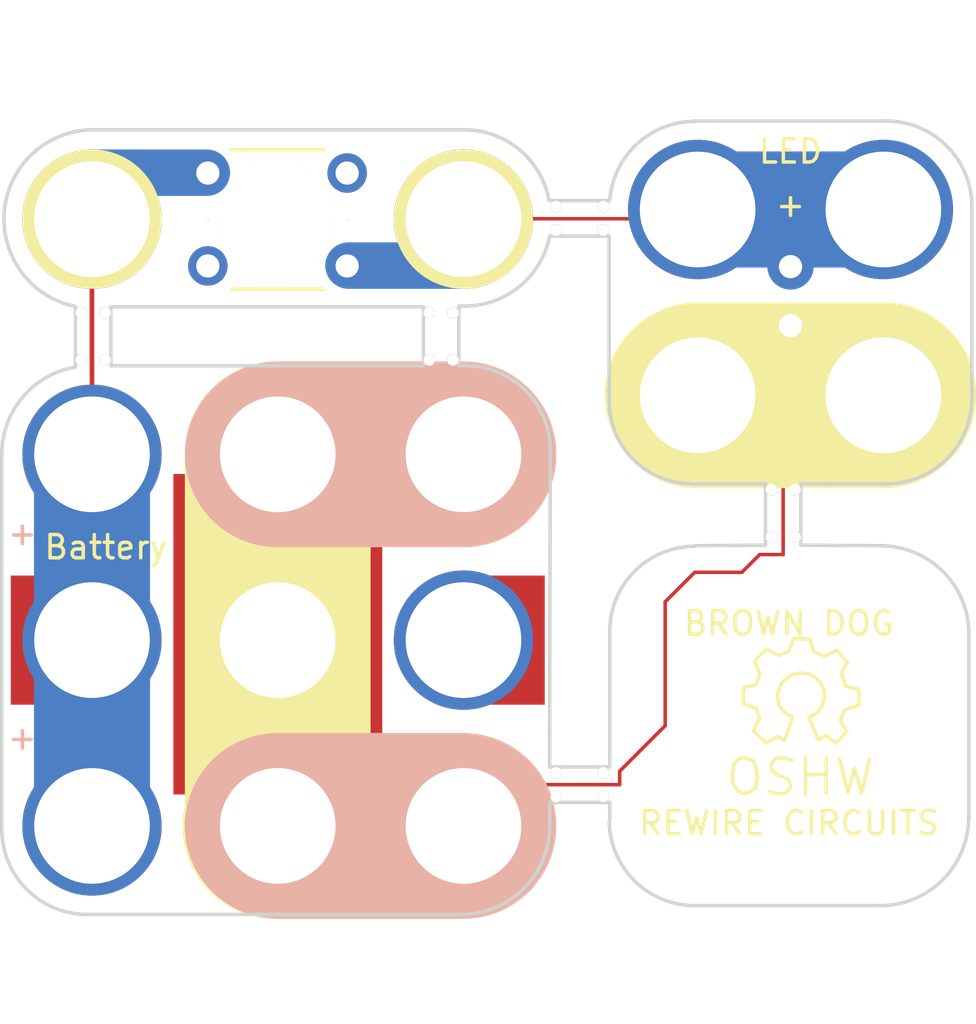
<source format=kicad_pcb>
(kicad_pcb (version 4) (host pcbnew 4.0.4+e1-6308~48~ubuntu14.04.1-stable)

  (general
    (links 21)
    (no_connects 17)
    (area 104.572999 74.854999 190.697451 124.1552)
    (thickness 1.6)
    (drawings 63)
    (tracks 25)
    (zones 0)
    (modules 10)
    (nets 4)
  )

  (page USLetter)
  (title_block
    (company "All Rights Reserved")
    (comment 1 help@browndoggadgets.com)
    (comment 2 http://www.browndoggadgets.com/)
    (comment 3 "Company: Brown Dog Gadgets")
  )

  (layers
    (0 F.Cu signal)
    (31 B.Cu signal)
    (34 B.Paste user)
    (35 F.Paste user)
    (36 B.SilkS user)
    (37 F.SilkS user)
    (38 B.Mask user)
    (39 F.Mask user)
    (44 Edge.Cuts user)
    (46 B.CrtYd user hide)
    (47 F.CrtYd user hide)
    (48 B.Fab user hide)
    (49 F.Fab user)
  )

  (setup
    (last_trace_width 0.1524)
    (user_trace_width 0.1524)
    (user_trace_width 0.2)
    (user_trace_width 0.254)
    (user_trace_width 0.3302)
    (user_trace_width 0.508)
    (user_trace_width 0.762)
    (user_trace_width 1.27)
    (trace_clearance 0.127)
    (zone_clearance 0.508)
    (zone_45_only no)
    (trace_min 0.1524)
    (segment_width 0.1524)
    (edge_width 0.1524)
    (via_size 0.6858)
    (via_drill 0.3302)
    (via_min_size 0.6858)
    (via_min_drill 0.3302)
    (user_via 0.6858 0.3302)
    (user_via 0.762 0.4064)
    (user_via 0.8636 0.508)
    (uvia_size 0.6858)
    (uvia_drill 0.3302)
    (uvias_allowed no)
    (uvia_min_size 0)
    (uvia_min_drill 0)
    (pcb_text_width 0.1524)
    (pcb_text_size 1.016 1.016)
    (mod_edge_width 0.1524)
    (mod_text_size 1.016 1.016)
    (mod_text_width 0.1524)
    (pad_size 1.524 1.524)
    (pad_drill 0.762)
    (pad_to_mask_clearance 0.0762)
    (solder_mask_min_width 0.1016)
    (pad_to_paste_clearance -0.0762)
    (aux_axis_origin 0 0)
    (visible_elements FFFFDF7D)
    (pcbplotparams
      (layerselection 0x20000_00000000)
      (usegerberextensions true)
      (excludeedgelayer true)
      (linewidth 0.100000)
      (plotframeref false)
      (viasonmask false)
      (mode 1)
      (useauxorigin false)
      (hpglpennumber 1)
      (hpglpenspeed 20)
      (hpglpendiameter 15)
      (hpglpenoverlay 2)
      (psnegative false)
      (psa4output false)
      (plotreference true)
      (plotvalue true)
      (plotinvisibletext false)
      (padsonsilk false)
      (subtractmaskfromsilk false)
      (outputformat 1)
      (mirror false)
      (drillshape 0)
      (scaleselection 1)
      (outputdirectory gerbers))
  )

  (net 0 "")
  (net 1 GND)
  (net 2 "Net-(BT1-Pad+)")
  (net 3 "Net-(LED1-Pad+)")

  (net_class Default "This is the default net class."
    (clearance 0.127)
    (trace_width 0.1524)
    (via_dia 0.6858)
    (via_drill 0.3302)
    (uvia_dia 0.6858)
    (uvia_drill 0.3302)
    (add_net GND)
    (add_net "Net-(BT1-Pad+)")
    (add_net "Net-(LED1-Pad+)")
  )

  (module Wickerlib:SYMBOL-OSHW-LOGO-SILK (layer F.Cu) (tedit 58157C96) (tstamp 58223893)
    (at 179.832 109.982)
    (descr "Symbol, OSHW-Logo, Silk Screen,")
    (tags "Symbol, OSHW-Logo, Silk Screen,")
    (fp_text reference REF** (at 0.09906 -4.38912) (layer F.Fab) hide
      (effects (font (size 1 1) (thickness 0.15)))
    )
    (fp_text value SYMBOL-OSHW-LOGO-SILK (at 0.30988 6.56082) (layer F.Fab) hide
      (effects (font (size 1 1) (thickness 0.15)))
    )
    (fp_line (start 3.3 -2.9) (end 3.2 -2.9) (layer F.CrtYd) (width 0.0508))
    (fp_line (start 3.3 4.6) (end 3.3 -2.9) (layer F.CrtYd) (width 0.0508))
    (fp_line (start -3.3 4.6) (end 3.3 4.6) (layer F.CrtYd) (width 0.0508))
    (fp_line (start -3.3 -2.9) (end -3.3 4.6) (layer F.CrtYd) (width 0.0508))
    (fp_line (start 3.2 -2.9) (end -3.3 -2.9) (layer F.CrtYd) (width 0.0508))
    (fp_line (start 1.66878 2.68986) (end 2.02946 4.16052) (layer F.SilkS) (width 0.15))
    (fp_line (start 2.02946 4.16052) (end 2.30886 3.0988) (layer F.SilkS) (width 0.15))
    (fp_line (start 2.30886 3.0988) (end 2.61874 4.17068) (layer F.SilkS) (width 0.15))
    (fp_line (start 2.61874 4.17068) (end 2.9591 2.72034) (layer F.SilkS) (width 0.15))
    (fp_line (start 0.24892 3.38074) (end 1.03886 3.37058) (layer F.SilkS) (width 0.15))
    (fp_line (start 1.03886 3.37058) (end 1.04902 3.38074) (layer F.SilkS) (width 0.15))
    (fp_line (start 1.04902 3.38074) (end 1.04902 3.37058) (layer F.SilkS) (width 0.15))
    (fp_line (start 1.08966 2.65938) (end 1.08966 4.20116) (layer F.SilkS) (width 0.15))
    (fp_line (start 0.20066 2.64922) (end 0.20066 4.21894) (layer F.SilkS) (width 0.15))
    (fp_line (start 0.20066 4.21894) (end 0.21082 4.20878) (layer F.SilkS) (width 0.15))
    (fp_line (start -0.35052 2.75082) (end -0.70104 2.66954) (layer F.SilkS) (width 0.15))
    (fp_line (start -0.70104 2.66954) (end -1.02108 2.65938) (layer F.SilkS) (width 0.15))
    (fp_line (start -1.02108 2.65938) (end -1.25984 2.86004) (layer F.SilkS) (width 0.15))
    (fp_line (start -1.25984 2.86004) (end -1.29032 3.12928) (layer F.SilkS) (width 0.15))
    (fp_line (start -1.29032 3.12928) (end -1.04902 3.37058) (layer F.SilkS) (width 0.15))
    (fp_line (start -1.04902 3.37058) (end -0.6604 3.50012) (layer F.SilkS) (width 0.15))
    (fp_line (start -0.6604 3.50012) (end -0.48006 3.66014) (layer F.SilkS) (width 0.15))
    (fp_line (start -0.48006 3.66014) (end -0.43942 3.95986) (layer F.SilkS) (width 0.15))
    (fp_line (start -0.43942 3.95986) (end -0.67056 4.18084) (layer F.SilkS) (width 0.15))
    (fp_line (start -0.67056 4.18084) (end -0.9906 4.20878) (layer F.SilkS) (width 0.15))
    (fp_line (start -0.9906 4.20878) (end -1.34112 4.09956) (layer F.SilkS) (width 0.15))
    (fp_line (start -2.37998 2.64922) (end -2.6289 2.66954) (layer F.SilkS) (width 0.15))
    (fp_line (start -2.6289 2.66954) (end -2.8702 2.91084) (layer F.SilkS) (width 0.15))
    (fp_line (start -2.8702 2.91084) (end -2.9591 3.40106) (layer F.SilkS) (width 0.15))
    (fp_line (start -2.9591 3.40106) (end -2.93116 3.74904) (layer F.SilkS) (width 0.15))
    (fp_line (start -2.93116 3.74904) (end -2.7305 4.06908) (layer F.SilkS) (width 0.15))
    (fp_line (start -2.7305 4.06908) (end -2.47904 4.191) (layer F.SilkS) (width 0.15))
    (fp_line (start -2.47904 4.191) (end -2.16916 4.11988) (layer F.SilkS) (width 0.15))
    (fp_line (start -2.16916 4.11988) (end -1.95072 3.93954) (layer F.SilkS) (width 0.15))
    (fp_line (start -1.95072 3.93954) (end -1.8796 3.4798) (layer F.SilkS) (width 0.15))
    (fp_line (start -1.8796 3.4798) (end -1.9304 3.07086) (layer F.SilkS) (width 0.15))
    (fp_line (start -1.9304 3.07086) (end -2.03962 2.78892) (layer F.SilkS) (width 0.15))
    (fp_line (start -2.03962 2.78892) (end -2.4003 2.65938) (layer F.SilkS) (width 0.15))
    (fp_line (start -1.78054 0.92964) (end -2.03962 1.49098) (layer F.SilkS) (width 0.15))
    (fp_line (start -2.03962 1.49098) (end -1.50114 2.00914) (layer F.SilkS) (width 0.15))
    (fp_line (start -1.50114 2.00914) (end -0.98044 1.7399) (layer F.SilkS) (width 0.15))
    (fp_line (start -0.98044 1.7399) (end -0.70104 1.89992) (layer F.SilkS) (width 0.15))
    (fp_line (start 0.73914 1.8796) (end 1.06934 1.6891) (layer F.SilkS) (width 0.15))
    (fp_line (start 1.06934 1.6891) (end 1.50876 2.0193) (layer F.SilkS) (width 0.15))
    (fp_line (start 1.50876 2.0193) (end 1.9812 1.52908) (layer F.SilkS) (width 0.15))
    (fp_line (start 1.9812 1.52908) (end 1.69926 1.04902) (layer F.SilkS) (width 0.15))
    (fp_line (start 1.69926 1.04902) (end 1.88976 0.57912) (layer F.SilkS) (width 0.15))
    (fp_line (start 1.88976 0.57912) (end 2.49936 0.39116) (layer F.SilkS) (width 0.15))
    (fp_line (start 2.49936 0.39116) (end 2.49936 -0.28956) (layer F.SilkS) (width 0.15))
    (fp_line (start 2.49936 -0.28956) (end 1.94056 -0.42926) (layer F.SilkS) (width 0.15))
    (fp_line (start 1.94056 -0.42926) (end 1.7399 -1.00076) (layer F.SilkS) (width 0.15))
    (fp_line (start 1.7399 -1.00076) (end 2.00914 -1.47066) (layer F.SilkS) (width 0.15))
    (fp_line (start 2.00914 -1.47066) (end 1.53924 -1.9812) (layer F.SilkS) (width 0.15))
    (fp_line (start 1.53924 -1.9812) (end 1.02108 -1.71958) (layer F.SilkS) (width 0.15))
    (fp_line (start 1.02108 -1.71958) (end 0.55118 -1.92024) (layer F.SilkS) (width 0.15))
    (fp_line (start 0.55118 -1.92024) (end 0.381 -2.46126) (layer F.SilkS) (width 0.15))
    (fp_line (start 0.381 -2.46126) (end -0.30988 -2.47904) (layer F.SilkS) (width 0.15))
    (fp_line (start -0.30988 -2.47904) (end -0.5207 -1.9304) (layer F.SilkS) (width 0.15))
    (fp_line (start -0.5207 -1.9304) (end -0.9398 -1.76022) (layer F.SilkS) (width 0.15))
    (fp_line (start -0.9398 -1.76022) (end -1.49098 -2.02946) (layer F.SilkS) (width 0.15))
    (fp_line (start -1.49098 -2.02946) (end -2.00914 -1.50114) (layer F.SilkS) (width 0.15))
    (fp_line (start -2.00914 -1.50114) (end -1.76022 -0.96012) (layer F.SilkS) (width 0.15))
    (fp_line (start -1.76022 -0.96012) (end -1.9304 -0.48006) (layer F.SilkS) (width 0.15))
    (fp_line (start -1.9304 -0.48006) (end -2.47904 -0.381) (layer F.SilkS) (width 0.15))
    (fp_line (start -2.47904 -0.381) (end -2.4892 0.32004) (layer F.SilkS) (width 0.15))
    (fp_line (start -2.4892 0.32004) (end -1.9304 0.5207) (layer F.SilkS) (width 0.15))
    (fp_line (start -1.9304 0.5207) (end -1.7907 0.91948) (layer F.SilkS) (width 0.15))
    (fp_line (start 0.35052 0.89916) (end 0.65024 0.7493) (layer F.SilkS) (width 0.15))
    (fp_line (start 0.65024 0.7493) (end 0.8509 0.55118) (layer F.SilkS) (width 0.15))
    (fp_line (start 0.8509 0.55118) (end 1.00076 0.14986) (layer F.SilkS) (width 0.15))
    (fp_line (start 1.00076 0.14986) (end 1.00076 -0.24892) (layer F.SilkS) (width 0.15))
    (fp_line (start 1.00076 -0.24892) (end 0.8509 -0.59944) (layer F.SilkS) (width 0.15))
    (fp_line (start 0.8509 -0.59944) (end 0.39878 -0.94996) (layer F.SilkS) (width 0.15))
    (fp_line (start 0.39878 -0.94996) (end -0.0508 -1.00076) (layer F.SilkS) (width 0.15))
    (fp_line (start -0.0508 -1.00076) (end -0.44958 -0.89916) (layer F.SilkS) (width 0.15))
    (fp_line (start -0.44958 -0.89916) (end -0.8509 -0.55118) (layer F.SilkS) (width 0.15))
    (fp_line (start -0.8509 -0.55118) (end -1.00076 -0.09906) (layer F.SilkS) (width 0.15))
    (fp_line (start -1.00076 -0.09906) (end -0.94996 0.39878) (layer F.SilkS) (width 0.15))
    (fp_line (start -0.94996 0.39878) (end -0.70104 0.70104) (layer F.SilkS) (width 0.15))
    (fp_line (start -0.70104 0.70104) (end -0.35052 0.89916) (layer F.SilkS) (width 0.15))
    (fp_line (start -0.35052 0.89916) (end -0.70104 1.89992) (layer F.SilkS) (width 0.15))
    (fp_line (start 0.35052 0.89916) (end 0.7493 1.89992) (layer F.SilkS) (width 0.15))
  )

  (module Rewire_Circuits:TAB-20MIL-2x2-SNAP (layer F.Cu) (tedit 582F3AD7) (tstamp 58228606)
    (at 149.352 94.488)
    (fp_text reference REF** (at 1.778 -4.318) (layer F.Fab) hide
      (effects (font (size 1 1) (thickness 0.15)))
    )
    (fp_text value TAB-20MIL-2x4-SNAP (at 0 -4.1) (layer F.Fab) hide
      (effects (font (size 1 1) (thickness 0.15)))
    )
    (fp_line (start -0.762 1.27) (end -0.762 -1.27) (layer F.Fab) (width 0.04064))
    (fp_line (start 0.762 1.27) (end 0.762 -1.27) (layer F.Fab) (width 0.04064))
    (pad 1 thru_hole circle (at -0.508 -1.016) (size 0.5 0.5) (drill 0.5) (layers *.Cu))
    (pad 1 thru_hole circle (at 0.508 -1.016) (size 0.5 0.5) (drill 0.5) (layers *.Cu))
    (pad 1 thru_hole circle (at 0.508 1.016) (size 0.5 0.5) (drill 0.5) (layers *.Cu))
    (pad 1 thru_hole circle (at -0.508 1.016) (size 0.5 0.5) (drill 0.5) (layers *.Cu))
  )

  (module Rewire_Circuits:CR2032-3x3-NO-ROTATE (layer F.Cu) (tedit 582F3A5F) (tstamp 581238F1)
    (at 165.3012 99.568 180)
    (path /5812380B)
    (fp_text reference BT1 (at 4 -8 270) (layer F.Fab) hide
      (effects (font (size 1 1) (thickness 0.15)))
    )
    (fp_text value Battery (at 15.4 -4 180) (layer F.SilkS)
      (effects (font (size 1 1) (thickness 0.15)))
    )
    (fp_text user %R (at 8 -8 180) (layer F.Fab)
      (effects (font (size 1 1) (thickness 0.15)))
    )
    (fp_line (start 0 3.8) (end 16 3.8) (layer F.Fab) (width 0.05))
    (fp_line (start -3.8 -16) (end -3.8 0) (layer F.Fab) (width 0.05))
    (fp_line (start 19.8 -16) (end 19.8 0) (layer F.Fab) (width 0.05))
    (fp_line (start 0 -19.8) (end 16 -19.8) (layer F.Fab) (width 0.05))
    (fp_arc (start 0 -16) (end -3.8 -16) (angle 90) (layer F.Fab) (width 0.05))
    (fp_arc (start 0 0) (end 0 3.8) (angle 90) (layer F.Fab) (width 0.05))
    (fp_arc (start 16 0) (end 19.8 0) (angle 90) (layer F.Fab) (width 0.05))
    (fp_arc (start 16 -16) (end 16 -19.8) (angle 90) (layer F.Fab) (width 0.05))
    (fp_line (start 0 0) (end 8 0) (layer B.SilkS) (width 8))
    (fp_line (start 8 0) (end 8 -16) (layer F.SilkS) (width 8))
    (fp_text user + (at 19 -3.4 180) (layer B.SilkS)
      (effects (font (size 1 1) (thickness 0.15)) (justify mirror))
    )
    (fp_line (start 8 -16) (end 0 -16) (layer B.Mask) (width 5))
    (fp_line (start 8 0) (end 8 -16) (layer B.Mask) (width 5))
    (fp_line (start 0 0) (end 8 0) (layer B.Mask) (width 5))
    (fp_line (start 8 -16) (end 8 0) (layer B.Cu) (width 5))
    (fp_line (start 0 -16) (end 8 -16) (layer B.Cu) (width 5))
    (fp_line (start 0 0) (end 8 0) (layer B.Cu) (width 5))
    (fp_line (start 16 0) (end 16 -16) (layer B.Cu) (width 5))
    (fp_text user + (at 19 -12.2 180) (layer F.SilkS)
      (effects (font (size 1 1) (thickness 0.15)))
    )
    (fp_line (start 16 -16) (end 16 0) (layer B.Mask) (width 5))
    (fp_line (start 0 -16) (end 8 -16) (layer B.SilkS) (width 8))
    (fp_line (start 0 0) (end 8 0) (layer F.SilkS) (width 8))
    (fp_text user + (at 19 -12.2 180) (layer B.SilkS)
      (effects (font (size 1 1) (thickness 0.15)) (justify mirror))
    )
    (fp_text user + (at 19 -3.4 180) (layer F.SilkS)
      (effects (font (size 1 1) (thickness 0.15)))
    )
    (fp_line (start 0.1 -16) (end 8.1 -16) (layer F.SilkS) (width 8))
    (pad GND thru_hole circle (at 8 -8 180) (size 6 6) (drill 4.98) (layers *.Cu *.Mask)
      (net 1 GND))
    (pad + thru_hole circle (at 0 -8 180) (size 6 6) (drill 4.98) (layers *.Cu *.Mask)
      (net 2 "Net-(BT1-Pad+)"))
    (pad + thru_hole circle (at 16 -8 180) (size 6 6) (drill 4.98) (layers *.Cu *.Mask)
      (net 2 "Net-(BT1-Pad+)"))
    (pad + smd rect (at 18.2 -8 180) (size 2.6 5.56) (layers F.Cu F.Paste F.Mask)
      (net 2 "Net-(BT1-Pad+)"))
    (pad GND smd rect (at 7.996 -7.746 180) (size 9 13.8) (layers F.Cu F.Paste F.Mask)
      (net 1 GND))
    (pad + smd rect (at -2.2 -8 180) (size 2.6 5.56) (layers F.Cu F.Paste F.Mask)
      (net 2 "Net-(BT1-Pad+)"))
    (pad GND thru_hole circle (at 0 -16 180) (size 6 6) (drill 4.98) (layers *.Cu *.Mask)
      (net 1 GND))
    (pad GND thru_hole circle (at 8 -16 180) (size 6 6) (drill 4.98) (layers *.Cu *.Mask)
      (net 1 GND))
    (pad + thru_hole circle (at 16 -16 180) (size 6 6) (drill 4.98) (layers *.Cu *.Mask)
      (net 2 "Net-(BT1-Pad+)"))
    (pad GND thru_hole circle (at 0 0 180) (size 6 6) (drill 4.98) (layers *.Cu *.Mask)
      (net 1 GND))
    (pad GND thru_hole circle (at 8 0 180) (size 6 6) (drill 4.98) (layers *.Cu *.Mask)
      (net 1 GND))
    (pad + thru_hole circle (at 16 0 180) (size 6 6) (drill 4.98) (layers *.Cu *.Mask)
      (net 2 "Net-(BT1-Pad+)"))
  )

  (module Rewire_Circuits:TAB-20MIL-2x2-SNAP (layer F.Cu) (tedit 582F3AD7) (tstamp 58228613)
    (at 164.338 94.488)
    (fp_text reference REF** (at 1.778 -4.318) (layer F.Fab) hide
      (effects (font (size 1 1) (thickness 0.15)))
    )
    (fp_text value TAB-20MIL-2x4-SNAP (at 0 -4.1) (layer F.Fab) hide
      (effects (font (size 1 1) (thickness 0.15)))
    )
    (fp_line (start -0.762 1.27) (end -0.762 -1.27) (layer F.Fab) (width 0.04064))
    (fp_line (start 0.762 1.27) (end 0.762 -1.27) (layer F.Fab) (width 0.04064))
    (pad 1 thru_hole circle (at -0.508 -1.016) (size 0.5 0.5) (drill 0.5) (layers *.Cu))
    (pad 1 thru_hole circle (at 0.508 -1.016) (size 0.5 0.5) (drill 0.5) (layers *.Cu))
    (pad 1 thru_hole circle (at 0.508 1.016) (size 0.5 0.5) (drill 0.5) (layers *.Cu))
    (pad 1 thru_hole circle (at -0.508 1.016) (size 0.5 0.5) (drill 0.5) (layers *.Cu))
  )

  (module Rewire_Circuits:TAB-20MIL-2x2-SNAP (layer F.Cu) (tedit 582F3AD7) (tstamp 5822A4BE)
    (at 170.307 113.792 270)
    (fp_text reference REF** (at 1.778 -4.318 270) (layer F.Fab) hide
      (effects (font (size 1 1) (thickness 0.15)))
    )
    (fp_text value TAB-20MIL-2x4-SNAP (at 0 -4.1 270) (layer F.Fab) hide
      (effects (font (size 1 1) (thickness 0.15)))
    )
    (fp_line (start -0.762 1.27) (end -0.762 -1.27) (layer F.Fab) (width 0.04064))
    (fp_line (start 0.762 1.27) (end 0.762 -1.27) (layer F.Fab) (width 0.04064))
    (pad 1 thru_hole circle (at -0.508 -1.016 270) (size 0.5 0.5) (drill 0.5) (layers *.Cu))
    (pad 1 thru_hole circle (at 0.508 -1.016 270) (size 0.5 0.5) (drill 0.5) (layers *.Cu))
    (pad 1 thru_hole circle (at 0.508 1.016 270) (size 0.5 0.5) (drill 0.5) (layers *.Cu))
    (pad 1 thru_hole circle (at -0.508 1.016 270) (size 0.5 0.5) (drill 0.5) (layers *.Cu))
  )

  (module Rewire_Circuits:TAB-20MIL-2x2-SNAP (layer F.Cu) (tedit 582F3AD7) (tstamp 582286F7)
    (at 179.07 102.108 180)
    (fp_text reference REF** (at 1.778 -4.318 180) (layer F.Fab) hide
      (effects (font (size 1 1) (thickness 0.15)))
    )
    (fp_text value TAB-20MIL-2x4-SNAP (at 0 -4.1 180) (layer F.Fab) hide
      (effects (font (size 1 1) (thickness 0.15)))
    )
    (fp_line (start -0.762 1.27) (end -0.762 -1.27) (layer F.Fab) (width 0.04064))
    (fp_line (start 0.762 1.27) (end 0.762 -1.27) (layer F.Fab) (width 0.04064))
    (pad 1 thru_hole circle (at -0.508 -1.016 180) (size 0.5 0.5) (drill 0.5) (layers *.Cu))
    (pad 1 thru_hole circle (at 0.508 -1.016 180) (size 0.5 0.5) (drill 0.5) (layers *.Cu))
    (pad 1 thru_hole circle (at 0.508 1.016 180) (size 0.5 0.5) (drill 0.5) (layers *.Cu))
    (pad 1 thru_hole circle (at -0.508 1.016 180) (size 0.5 0.5) (drill 0.5) (layers *.Cu))
  )

  (module Rewire_Circuits:TAB-20MIL-2x2-SNAP (layer F.Cu) (tedit 582F3AD7) (tstamp 5822A480)
    (at 170.307 89.408 90)
    (fp_text reference REF** (at 1.778 -4.318 90) (layer F.Fab) hide
      (effects (font (size 1 1) (thickness 0.15)))
    )
    (fp_text value TAB-20MIL-2x2-SNAP (at 0 -4.1 90) (layer F.Fab) hide
      (effects (font (size 1 1) (thickness 0.15)))
    )
    (fp_line (start -0.762 1.27) (end -0.762 -1.27) (layer F.Fab) (width 0.04064))
    (fp_line (start 0.762 1.27) (end 0.762 -1.27) (layer F.Fab) (width 0.04064))
    (pad 1 thru_hole circle (at -0.508 -1.016 90) (size 0.5 0.5) (drill 0.5) (layers *.Cu))
    (pad 1 thru_hole circle (at 0.508 -1.016 90) (size 0.5 0.5) (drill 0.5) (layers *.Cu))
    (pad 1 thru_hole circle (at 0.508 1.016 90) (size 0.5 0.5) (drill 0.5) (layers *.Cu))
    (pad 1 thru_hole circle (at -0.508 1.016 90) (size 0.5 0.5) (drill 0.5) (layers *.Cu))
  )

  (module Rewire_Circuits:LED-5MMD-2.5MMP-2x2 (layer F.Cu) (tedit 58124F82) (tstamp 581238FB)
    (at 183.387 89.027 180)
    (descr "LED 5mm round vertical")
    (tags "LED 5mm round vertical")
    (path /5812A3C4)
    (fp_text reference LED1 (at 4 -4 180) (layer F.Fab)
      (effects (font (size 1 1) (thickness 0.15)))
    )
    (fp_text value LED (at 4 2.5 180) (layer F.SilkS)
      (effects (font (size 1 1) (thickness 0.15)))
    )
    (fp_arc (start 0.195441 -0.199792) (end 0 3.8) (angle 84.2) (layer F.Fab) (width 0.05))
    (fp_line (start 11.8 -8) (end 11.8 0) (layer F.Fab) (width 0.05))
    (fp_line (start 0 -11.8) (end 8 -11.8) (layer F.Fab) (width 0.05))
    (fp_line (start 0 3.8) (end 8 3.8) (layer F.Fab) (width 0.05))
    (fp_line (start -3.8 -8) (end -3.8 0) (layer F.Fab) (width 0.05))
    (fp_line (start 4 -5.2) (end 4 -6.3) (layer B.Cu) (width 2))
    (fp_line (start 8 -8) (end 0 -8) (layer B.Mask) (width 5))
    (fp_text user + (at 4 0.2 180) (layer F.SilkS)
      (effects (font (size 1 1) (thickness 0.15)))
    )
    (fp_line (start 0 -8) (end 8 -8) (layer F.SilkS) (width 8))
    (fp_line (start 2.5 -6.23) (end 5.5 -6.23) (layer F.SilkS) (width 0.15))
    (fp_line (start 8 -8) (end 0 -8) (layer B.Cu) (width 5))
    (fp_line (start 8 0) (end 0 0) (layer B.Mask) (width 5))
    (fp_line (start 8 0) (end 0 0) (layer B.Cu) (width 5))
    (fp_line (start 4 -1.35) (end 4 -2.45) (layer B.Cu) (width 2))
    (fp_arc (start 7.800208 -0.195441) (end 11.8 0) (angle 84.2) (layer F.Fab) (width 0.05))
    (fp_arc (start 0.199792 -7.804559) (end -3.8 -8) (angle 84.2) (layer F.Fab) (width 0.05))
    (fp_arc (start 7.804559 -7.800208) (end 8 -11.8) (angle 84.2) (layer F.Fab) (width 0.05))
    (pad - thru_hole rect (at 4 -5 180) (size 2 1.9) (drill 1.00076) (layers *.Cu *.Mask)
      (net 1 GND))
    (pad + thru_hole circle (at 4 -2.46 90) (size 1.9 1.9) (drill 1.00076) (layers *.Cu *.Mask)
      (net 3 "Net-(LED1-Pad+)"))
    (pad + thru_hole circle (at 0 0 180) (size 6 6) (drill 4.98) (layers *.Cu *.Mask)
      (net 3 "Net-(LED1-Pad+)"))
    (pad - thru_hole circle (at 0 -8 180) (size 6 6) (drill 4.98) (layers *.Cu *.Mask)
      (net 1 GND))
    (pad - thru_hole circle (at 8 -8 180) (size 6 6) (drill 4.98) (layers *.Cu *.Mask)
      (net 1 GND))
    (pad + thru_hole circle (at 8 0 180) (size 6 6) (drill 4.98) (layers *.Cu *.Mask)
      (net 3 "Net-(LED1-Pad+)"))
  )

  (module Rewire_Circuits:BUTTON-1x3-TH-OMRON-B3F-1XXX (layer F.Cu) (tedit 58124F3B) (tstamp 58123906)
    (at 149.297201 89.442401)
    (descr "BUTTON 1x3 TH OMRON B3F-1XXX")
    (tags "Omron B3F-10xx")
    (path /58123822)
    (fp_text reference SW1 (at 8.05 0.15) (layer F.Fab)
      (effects (font (size 1 1) (thickness 0.15)))
    )
    (fp_text value Pushbutton (at 7.55 -4.6 180) (layer F.Fab) hide
      (effects (font (size 1 1) (thickness 0.15)))
    )
    (fp_line (start 16 3.8) (end 0 3.8) (layer F.Fab) (width 0.05))
    (fp_line (start 0 -3.8) (end 16 -3.8) (layer F.Fab) (width 0.05))
    (fp_arc (start 0 0) (end 0 3.8) (angle 180) (layer F.Fab) (width 0.05))
    (fp_line (start 4.95 -2) (end 0 -2) (layer B.Cu) (width 2))
    (fp_line (start 5.9934 3.0142) (end 9.9934 3.0142) (layer F.SilkS) (width 0.15))
    (fp_line (start 5.9934 -2.9858) (end 9.9934 -2.9858) (layer F.SilkS) (width 0.15))
    (fp_line (start 4.9934 0.0142) (end 4.9934 0.0142) (layer F.SilkS) (width 0))
    (fp_line (start 9.9934 3.0142) (end 5.9934 3.0142) (layer F.SilkS) (width 0))
    (fp_line (start 9.9934 -2.9858) (end 5.9934 -2.9858) (layer F.SilkS) (width 0))
    (fp_line (start 10.9934 0.0142) (end 10.9934 0.0142) (layer F.SilkS) (width 0))
    (fp_circle (center 7.9934 0.0142) (end 8.9934 1.0142) (layer F.SilkS) (width 0))
    (fp_line (start 16 2) (end 11.05 2) (layer B.Cu) (width 2))
    (fp_arc (start 16 0) (end 16 -3.8) (angle 180) (layer F.Fab) (width 0.05))
    (pad 2 thru_hole circle (at 10.9934 2.0142) (size 1.7 1.7) (drill 1) (layers *.Cu *.Mask)
      (net 3 "Net-(LED1-Pad+)"))
    (pad 2 thru_hole circle (at 4.9934 2.0142) (size 1.7 1.7) (drill 1) (layers *.Cu *.Mask)
      (net 3 "Net-(LED1-Pad+)"))
    (pad 1 thru_hole circle (at 10.9934 -1.9858) (size 1.7 1.7) (drill 1) (layers *.Cu *.Mask)
      (net 2 "Net-(BT1-Pad+)"))
    (pad 1 thru_hole circle (at 4.9934 -1.9858) (size 1.7 1.7) (drill 1) (layers *.Cu *.Mask)
      (net 2 "Net-(BT1-Pad+)"))
    (pad "" np_thru_hole circle (at 8 0) (size 4.88 4.88) (drill 4.98) (layers *.Cu *.Mask F.SilkS))
    (pad 1 thru_hole circle (at 0 0) (size 6 6) (drill 4.98) (layers *.Cu *.Mask F.SilkS)
      (net 2 "Net-(BT1-Pad+)"))
    (pad 2 thru_hole circle (at 16 0) (size 6 6) (drill 4.98) (layers *.Cu *.Mask F.SilkS)
      (net 3 "Net-(LED1-Pad+)"))
  )

  (module Rewire_Circuits:LOGO-REWIRE-BDG-2x2 (layer F.Cu) (tedit 582215B4) (tstamp 58225104)
    (at 179.324 111.252)
    (descr "LED 5mm round vertical")
    (tags "LED 5mm round vertical")
    (path /5812A3C4)
    (fp_text reference LOGO (at 0 0) (layer F.Fab)
      (effects (font (size 1 1) (thickness 0.15)))
    )
    (fp_text value "BROWN DOG" (at 0 -4.4) (layer F.SilkS)
      (effects (font (size 1 1) (thickness 0.15)))
    )
    (fp_text user "REWIRE CIRCUITS" (at 0 4.2) (layer F.SilkS)
      (effects (font (size 1 1) (thickness 0.15)))
    )
    (fp_line (start 3.9 -7.8) (end -3.9 -7.8) (layer F.Fab) (width 0.04064))
    (fp_line (start 3.9 7.8) (end -3.9 7.8) (layer F.Fab) (width 0.04064))
    (fp_line (start 7.8 3.9) (end 7.8 -3.9) (layer F.Fab) (width 0.04064))
    (fp_line (start -7.8 3.9) (end -7.8 -3.9) (layer F.Fab) (width 0.04064))
    (fp_arc (start 3.9 -3.9) (end 3.9 -7.8) (angle 90) (layer F.Fab) (width 0.04064))
    (fp_arc (start 3.9 3.9) (end 7.8 3.9) (angle 90) (layer F.Fab) (width 0.04064))
    (fp_arc (start -3.9 3.9) (end -3.9 7.8) (angle 90) (layer F.Fab) (width 0.04064))
    (fp_arc (start -3.9 -3.9) (end -7.8 -3.9) (angle 90) (layer F.Fab) (width 0.04064))
  )

  (gr_text "Rewire Circuit Kit\n11/18/16" (at 185.6232 122.428) (layer F.Fab)
    (effects (font (size 1.016 1.016) (thickness 0.1524)) (justify right))
  )
  (gr_text "Assembly Information\nLegoLED-Button-Battery v1.3" (at 185.6232 81.6864) (layer F.Fab)
    (effects (font (size 1.016 1.016) (thickness 0.1524)) (justify right))
  )
  (gr_line (start 179.832 100.838) (end 180.848 100.838) (layer Edge.Cuts) (width 0.1524))
  (gr_line (start 169.0116 114.554) (end 169.0116 115.57) (layer Edge.Cuts) (width 0.1524))
  (gr_line (start 171.6024 114.554) (end 171.6024 115.3668) (layer Edge.Cuts) (width 0.1524))
  (gr_line (start 179.832 103.4796) (end 179.832 100.838) (layer Edge.Cuts) (width 0.1524))
  (gr_line (start 178.308 100.838) (end 178.308 103.4796) (layer Edge.Cuts) (width 0.1524))
  (gr_line (start 169.037 114.554) (end 171.577 114.554) (layer Edge.Cuts) (width 0.1524))
  (gr_line (start 171.5516 113.03) (end 169.0116 113.03) (layer Edge.Cuts) (width 0.1524))
  (gr_line (start 180.848 100.838) (end 183.515 100.838) (layer Edge.Cuts) (width 0.1524))
  (gr_line (start 165.1 93.218) (end 165.1 95.758) (layer Edge.Cuts) (width 0.1524))
  (gr_line (start 163.576 93.218) (end 163.576 95.758) (layer Edge.Cuts) (width 0.1524))
  (gr_line (start 150.114 93.218) (end 150.114 95.758) (layer Edge.Cuts) (width 0.1524))
  (gr_line (start 148.59 93.218) (end 148.59 95.758) (layer Edge.Cuts) (width 0.1524))
  (gr_line (start 169.0116 90.17) (end 171.577 90.17) (layer Edge.Cuts) (width 0.1524))
  (gr_line (start 169.0116 88.646) (end 171.577 88.646) (layer Edge.Cuts) (width 0.1524))
  (gr_arc (start 183.515 97.155) (end 187.198 97.282) (angle 88.02506599) (layer Edge.Cuts) (width 0.1524))
  (gr_line (start 175.133 100.838) (end 178.308 100.838) (layer Edge.Cuts) (width 0.1524))
  (gr_arc (start 175.130888 97.282) (end 175.130888 100.838) (angle 88.02506599) (layer Edge.Cuts) (width 0.1524))
  (gr_line (start 171.577 90.17) (end 171.577 97.282) (layer Edge.Cuts) (width 0.1524))
  (gr_line (start 187.198 88.9) (end 187.198 97.155) (layer Edge.Cuts) (width 0.1524))
  (gr_arc (start 183.515 88.9) (end 183.515 85.217) (angle 90) (layer Edge.Cuts) (width 0.1524))
  (gr_line (start 175.26 85.217) (end 183.515 85.217) (layer Edge.Cuts) (width 0.1524))
  (gr_arc (start 175.26 88.9) (end 171.6024 88.646) (angle 86.02750406) (layer Edge.Cuts) (width 0.1524))
  (gr_arc (start 149.225 99.568) (end 145.415 99.568) (angle 80.53767779) (layer Edge.Cuts) (width 0.1524))
  (gr_line (start 145.415 115.57) (end 145.415 99.568) (layer Edge.Cuts) (width 0.1524))
  (gr_arc (start 149.098 115.697) (end 149.098 119.38) (angle 92.48955292) (layer Edge.Cuts) (width 0.1524))
  (gr_line (start 165.1 119.38) (end 149.098 119.38) (layer Edge.Cuts) (width 0.1524))
  (gr_arc (start 165.2016 115.57) (end 169.0116 115.57) (angle 91.7899045) (layer Edge.Cuts) (width 0.1524))
  (gr_arc (start 175.26 115.316) (end 175.26 118.999) (angle 89.2151803) (layer Edge.Cuts) (width 0.1524))
  (gr_line (start 183.134 118.999) (end 175.26 118.999) (layer Edge.Cuts) (width 0.1524))
  (gr_arc (start 183.249402 115.190748) (end 187.059402 115.190748) (angle 91.73570459) (layer Edge.Cuts) (width 0.1524))
  (gr_line (start 187.071 107.188) (end 187.071 115.316) (layer Edge.Cuts) (width 0.1524))
  (gr_arc (start 183.263263 107.315) (end 183.263263 103.505) (angle 88.02506599) (layer Edge.Cuts) (width 0.1524))
  (gr_line (start 179.832 103.4796) (end 183.388 103.505) (layer Edge.Cuts) (width 0.1524))
  (gr_line (start 175.26 103.505) (end 178.308 103.4796) (layer Edge.Cuts) (width 0.1524))
  (gr_arc (start 175.26 107.188) (end 171.6024 107.1372) (angle 89.20427645) (layer Edge.Cuts) (width 0.1524))
  (gr_line (start 171.6024 113.03) (end 171.6024 107.0356) (layer Edge.Cuts) (width 0.1524))
  (gr_line (start 169.037 99.441) (end 169.0116 113.03) (layer Edge.Cuts) (width 0.1524))
  (gr_arc (start 165.377211 99.4156) (end 165.1 95.758) (angle 94.33418445) (layer Edge.Cuts) (width 0.1524))
  (gr_line (start 163.576 95.758) (end 150.114 95.758) (layer Edge.Cuts) (width 0.1524))
  (gr_line (start 150.114 93.218) (end 163.576 93.218) (layer Edge.Cuts) (width 0.1524))
  (gr_arc (start 149.351653 89.437599) (end 148.576311 93.200255) (angle 170.256088) (layer Edge.Cuts) (width 0.1524))
  (gr_line (start 165.354 85.598) (end 149.479 85.598) (layer Edge.Cuts) (width 0.1524))
  (gr_arc (start 165.354 89.4588) (end 169.0116 90.17) (angle 82.76048574) (layer Edge.Cuts) (width 0.1524))
  (gr_arc (start 165.354 89.281) (end 165.354 85.598) (angle 79.87534038) (layer Edge.Cuts) (width 0.1524))
  (gr_circle (center 117.348 76.962) (end 118.618 76.962) (layer Dwgs.User) (width 0.15))
  (gr_line (start 114.427 78.994) (end 114.427 74.93) (angle 90) (layer Dwgs.User) (width 0.15))
  (gr_line (start 120.269 78.994) (end 114.427 78.994) (angle 90) (layer Dwgs.User) (width 0.15))
  (gr_line (start 120.269 74.93) (end 120.269 78.994) (angle 90) (layer Dwgs.User) (width 0.15))
  (gr_line (start 114.427 74.93) (end 120.269 74.93) (angle 90) (layer Dwgs.User) (width 0.15))
  (gr_line (start 120.523 93.98) (end 104.648 93.98) (angle 90) (layer Dwgs.User) (width 0.15))
  (gr_line (start 173.355 102.235) (end 173.355 94.615) (angle 90) (layer Dwgs.User) (width 0.15))
  (gr_line (start 178.435 102.235) (end 173.355 102.235) (angle 90) (layer Dwgs.User) (width 0.15))
  (gr_line (start 178.435 94.615) (end 178.435 102.235) (angle 90) (layer Dwgs.User) (width 0.15))
  (gr_line (start 173.355 94.615) (end 178.435 94.615) (angle 90) (layer Dwgs.User) (width 0.15))
  (gr_line (start 109.093 123.19) (end 109.093 114.3) (angle 90) (layer Dwgs.User) (width 0.15))
  (gr_line (start 122.428 123.19) (end 109.093 123.19) (angle 90) (layer Dwgs.User) (width 0.15))
  (gr_line (start 122.428 114.3) (end 122.428 123.19) (angle 90) (layer Dwgs.User) (width 0.15))
  (gr_line (start 109.093 114.3) (end 122.428 114.3) (angle 90) (layer Dwgs.User) (width 0.15))
  (gr_line (start 104.648 93.98) (end 104.648 82.55) (angle 90) (layer Dwgs.User) (width 0.15))
  (gr_line (start 120.523 82.55) (end 120.523 93.98) (angle 90) (layer Dwgs.User) (width 0.15))
  (gr_line (start 104.648 82.55) (end 120.523 82.55) (angle 90) (layer Dwgs.User) (width 0.15))

  (segment (start 149.297201 95.457199) (end 149.3012 95.461198) (width 0.1524) (layer F.Cu) (net 0))
  (segment (start 149.3012 95.461198) (end 149.3012 99.568) (width 0.2032) (layer F.Cu) (net 0))
  (segment (start 149.2806 89.4258) (end 149.297201 89.442401) (width 0.1524) (layer F.Cu) (net 0))
  (segment (start 149.297201 89.442401) (end 149.297201 95.457199) (width 0.2032) (layer F.Cu) (net 0))
  (segment (start 168.3512 114.6556) (end 166.2136 114.6556) (width 0.1524) (layer F.Cu) (net 1))
  (segment (start 166.2136 114.6556) (end 165.3012 115.568) (width 0.1524) (layer F.Cu) (net 1))
  (segment (start 168.3512 113.792) (end 168.3512 114.6556) (width 0.1524) (layer F.Cu) (net 1))
  (segment (start 166.7216 114.1476) (end 165.3012 115.568) (width 0.1524) (layer F.Cu) (net 1))
  (segment (start 172.030201 113.792) (end 168.3512 113.792) (width 0.1524) (layer F.Cu) (net 1))
  (segment (start 175.387 97.027) (end 176.15 97.79) (width 0.1524) (layer F.Cu) (net 1))
  (segment (start 176.15 97.79) (end 179.07 97.79) (width 0.1524) (layer F.Cu) (net 1))
  (segment (start 179.07 97.79) (end 179.07 103.886) (width 0.1524) (layer F.Cu) (net 1))
  (segment (start 175.26 104.648) (end 173.99 105.918) (width 0.1524) (layer F.Cu) (net 1))
  (segment (start 179.07 103.886) (end 178.054 103.886) (width 0.1524) (layer F.Cu) (net 1))
  (segment (start 178.054 103.886) (end 177.292 104.648) (width 0.1524) (layer F.Cu) (net 1))
  (segment (start 177.292 104.648) (end 175.26 104.648) (width 0.1524) (layer F.Cu) (net 1))
  (segment (start 173.99 111.252) (end 172.030201 113.211799) (width 0.1524) (layer F.Cu) (net 1))
  (segment (start 173.99 105.918) (end 173.99 111.252) (width 0.1524) (layer F.Cu) (net 1))
  (segment (start 167.0772 113.792) (end 165.3012 115.568) (width 0.1524) (layer F.Cu) (net 1))
  (segment (start 172.030201 113.211799) (end 172.030201 113.792) (width 0.1524) (layer F.Cu) (net 1))
  (segment (start 177.419 99.059) (end 175.387 97.027) (width 0.1524) (layer F.Cu) (net 1))
  (segment (start 175.387 97.917) (end 175.387 97.027) (width 0.1524) (layer F.Cu) (net 1))
  (segment (start 165.3012 115.568) (end 166.006401 114.862799) (width 0.1524) (layer F.Cu) (net 1))
  (segment (start 165.2806 89.4258) (end 174.9882 89.4258) (width 0.1524) (layer F.Cu) (net 3))
  (segment (start 174.9882 89.4258) (end 175.387 89.027) (width 0.1524) (layer F.Cu) (net 3))

)

</source>
